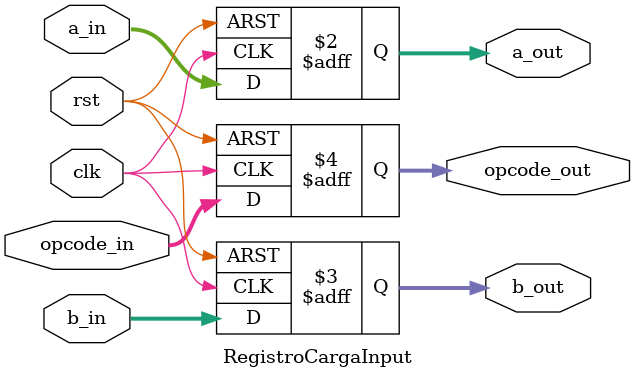
<source format=sv>
module RegistroCargaInput
#(parameter N = 4)
(
	clk,rst,a_in,b_in,opcode_in,
			a_out,b_out,opcode_out
);

	input logic clk;
	input logic rst;

	input logic [N-1:0] a_in;
	input logic [N-1:0] b_in;
	input logic [3:0] opcode_in;

	output logic [N-1:0] a_out;
	output logic [N-1:0] b_out;
	output logic [3:0] opcode_out;
	
	always @ (posedge clk or posedge rst)
		if(rst)
		
			begin
		
				a_out <= 0;
				b_out <= 0;
				opcode_out <= 0;
				
			end
		
		else
	
			begin
						
				a_out = a_in;
				b_out = b_in;
				opcode_out = opcode_in;
				
			end
	
endmodule
</source>
